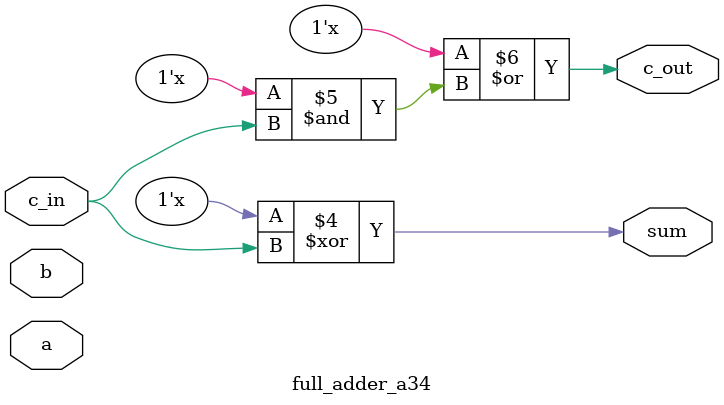
<source format=sv>
`timescale 1ns/1ps
module full_adder_a34
           #(parameter SIZE = 1)
           (input logic [SIZE-1:0]a, b, c_in,
           output logic [SIZE-1:0]sum, c_out);
        logic[SIZE-1:0]p, g;
                always_comb
                    begin
                    	p <= a ^ b;  //nonblocking
            		g <= a & b;  //nonblocking

            		sum <= p ^ c_in;
            		c_out <= g | (p & c_in);
                end

endmodule
	

</source>
